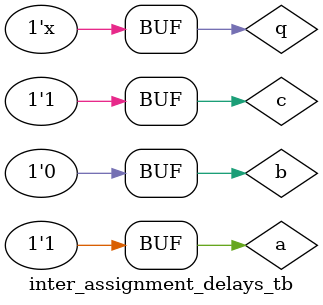
<source format=sv>
module inter_assignment_delays_tb;
  reg  a, b, c, q;

  initial begin
    $monitor("INTER\t[%0t] a=%0b b=%0b c=%0b q=%0b", $time, a, b, c, q);
    a <= 0;
    b <= 0;
    c <= 0;
    q <= 0;
    #5 a <= 1; c <= 1;
    #5 q <= a & b | c;
    #20;
  end

endmodule


</source>
